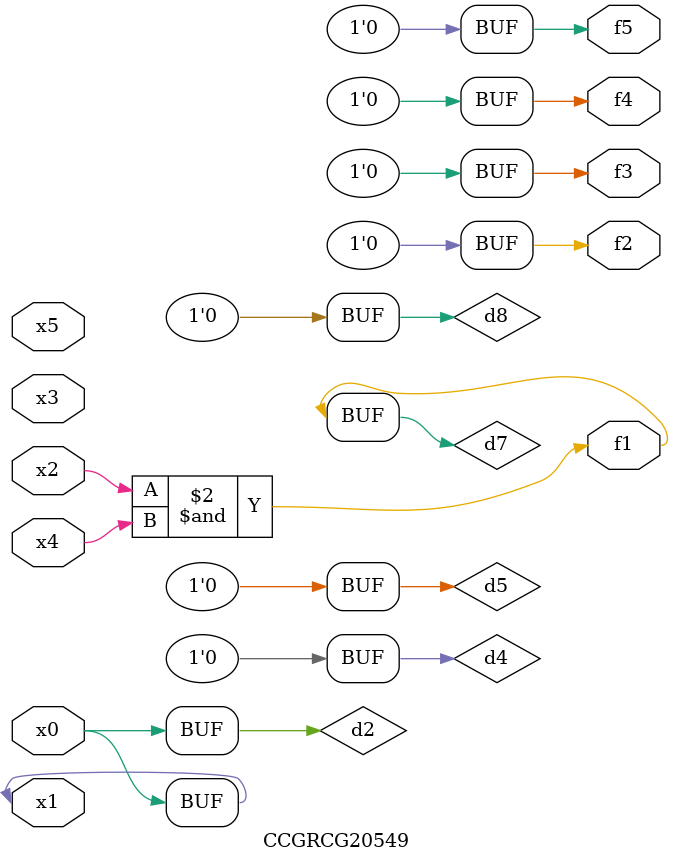
<source format=v>
module CCGRCG20549(
	input x0, x1, x2, x3, x4, x5,
	output f1, f2, f3, f4, f5
);

	wire d1, d2, d3, d4, d5, d6, d7, d8, d9;

	nand (d1, x1);
	buf (d2, x0, x1);
	nand (d3, x2, x4);
	and (d4, d1, d2);
	and (d5, d1, d2);
	nand (d6, d1, d3);
	not (d7, d3);
	xor (d8, d5);
	nor (d9, d5, d6);
	assign f1 = d7;
	assign f2 = d8;
	assign f3 = d8;
	assign f4 = d8;
	assign f5 = d8;
endmodule

</source>
